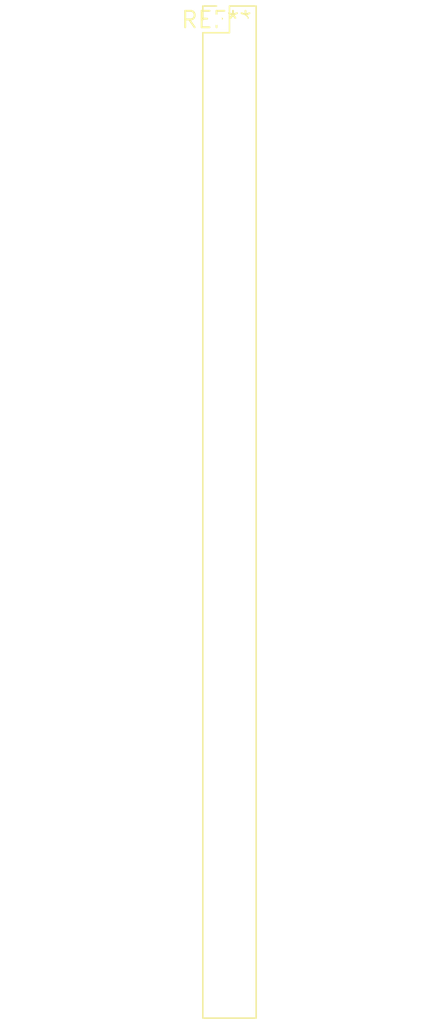
<source format=kicad_pcb>
(kicad_pcb (version 20240108) (generator pcbnew)
  (layers (0 "F.Cu" signal) (31 "B.Cu" signal) (34 "B.Paste" user) (35 "F.Paste" user) (36 "B.SilkS" user "B.Silkscreen") (37 "F.SilkS" user "F.Silkscreen") (38 "B.Mask" user) (39 "F.Mask" user) (44 "Edge.Cuts" user))
  (net 0 "")
  (footprint "PinHeader_2x39_P2.00mm_Vertical" (layer "F.Cu") (at 0 0)
    (property "Reference" "REF**")
    (property "Value" "PinHeader_2x39_P2.00mm_Vertical")
    (fp_line (start -1.06 -1.06) (end 0 -1.06) (layer "F.SilkS") (stroke (width 0.12)))
    (fp_line (start -1.06 0) (end -1.06 -1.06) (layer "F.SilkS") (stroke (width 0.12)))
    (fp_line (start -1.06 1) (end -1.06 77.06) (layer "F.SilkS") (stroke (width 0.12)))
    (fp_line (start -1.06 1) (end 1 1) (layer "F.SilkS") (stroke (width 0.12)))
    (fp_line (start -1.06 77.06) (end 3.06 77.06) (layer "F.SilkS") (stroke (width 0.12)))
    (fp_line (start 1 -1.06) (end 3.06 -1.06) (layer "F.SilkS") (stroke (width 0.12)))
    (fp_line (start 1 1) (end 1 -1.06) (layer "F.SilkS") (stroke (width 0.12)))
    (fp_line (start 3.06 -1.06) (end 3.06 77.06) (layer "F.SilkS") (stroke (width 0.12)))
    (pad "1" thru_hole rect (at 0 0) (size 1.35 1.35) (drill 0.8) (layers *.Cu *.Mask) (remove_unused_layers))
    (pad "2" thru_hole oval (at 2 0) (size 1.35 1.35) (drill 0.8) (layers *.Cu *.Mask) (remove_unused_layers))
    (pad "3" thru_hole oval (at 0 2) (size 1.35 1.35) (drill 0.8) (layers *.Cu *.Mask) (remove_unused_layers))
    (pad "4" thru_hole oval (at 2 2) (size 1.35 1.35) (drill 0.8) (layers *.Cu *.Mask) (remove_unused_layers))
    (pad "5" thru_hole oval (at 0 4) (size 1.35 1.35) (drill 0.8) (layers *.Cu *.Mask) (remove_unused_layers))
    (pad "6" thru_hole oval (at 2 4) (size 1.35 1.35) (drill 0.8) (layers *.Cu *.Mask) (remove_unused_layers))
    (pad "7" thru_hole oval (at 0 6) (size 1.35 1.35) (drill 0.8) (layers *.Cu *.Mask) (remove_unused_layers))
    (pad "8" thru_hole oval (at 2 6) (size 1.35 1.35) (drill 0.8) (layers *.Cu *.Mask) (remove_unused_layers))
    (pad "9" thru_hole oval (at 0 8) (size 1.35 1.35) (drill 0.8) (layers *.Cu *.Mask) (remove_unused_layers))
    (pad "10" thru_hole oval (at 2 8) (size 1.35 1.35) (drill 0.8) (layers *.Cu *.Mask) (remove_unused_layers))
    (pad "11" thru_hole oval (at 0 10) (size 1.35 1.35) (drill 0.8) (layers *.Cu *.Mask) (remove_unused_layers))
    (pad "12" thru_hole oval (at 2 10) (size 1.35 1.35) (drill 0.8) (layers *.Cu *.Mask) (remove_unused_layers))
    (pad "13" thru_hole oval (at 0 12) (size 1.35 1.35) (drill 0.8) (layers *.Cu *.Mask) (remove_unused_layers))
    (pad "14" thru_hole oval (at 2 12) (size 1.35 1.35) (drill 0.8) (layers *.Cu *.Mask) (remove_unused_layers))
    (pad "15" thru_hole oval (at 0 14) (size 1.35 1.35) (drill 0.8) (layers *.Cu *.Mask) (remove_unused_layers))
    (pad "16" thru_hole oval (at 2 14) (size 1.35 1.35) (drill 0.8) (layers *.Cu *.Mask) (remove_unused_layers))
    (pad "17" thru_hole oval (at 0 16) (size 1.35 1.35) (drill 0.8) (layers *.Cu *.Mask) (remove_unused_layers))
    (pad "18" thru_hole oval (at 2 16) (size 1.35 1.35) (drill 0.8) (layers *.Cu *.Mask) (remove_unused_layers))
    (pad "19" thru_hole oval (at 0 18) (size 1.35 1.35) (drill 0.8) (layers *.Cu *.Mask) (remove_unused_layers))
    (pad "20" thru_hole oval (at 2 18) (size 1.35 1.35) (drill 0.8) (layers *.Cu *.Mask) (remove_unused_layers))
    (pad "21" thru_hole oval (at 0 20) (size 1.35 1.35) (drill 0.8) (layers *.Cu *.Mask) (remove_unused_layers))
    (pad "22" thru_hole oval (at 2 20) (size 1.35 1.35) (drill 0.8) (layers *.Cu *.Mask) (remove_unused_layers))
    (pad "23" thru_hole oval (at 0 22) (size 1.35 1.35) (drill 0.8) (layers *.Cu *.Mask) (remove_unused_layers))
    (pad "24" thru_hole oval (at 2 22) (size 1.35 1.35) (drill 0.8) (layers *.Cu *.Mask) (remove_unused_layers))
    (pad "25" thru_hole oval (at 0 24) (size 1.35 1.35) (drill 0.8) (layers *.Cu *.Mask) (remove_unused_layers))
    (pad "26" thru_hole oval (at 2 24) (size 1.35 1.35) (drill 0.8) (layers *.Cu *.Mask) (remove_unused_layers))
    (pad "27" thru_hole oval (at 0 26) (size 1.35 1.35) (drill 0.8) (layers *.Cu *.Mask) (remove_unused_layers))
    (pad "28" thru_hole oval (at 2 26) (size 1.35 1.35) (drill 0.8) (layers *.Cu *.Mask) (remove_unused_layers))
    (pad "29" thru_hole oval (at 0 28) (size 1.35 1.35) (drill 0.8) (layers *.Cu *.Mask) (remove_unused_layers))
    (pad "30" thru_hole oval (at 2 28) (size 1.35 1.35) (drill 0.8) (layers *.Cu *.Mask) (remove_unused_layers))
    (pad "31" thru_hole oval (at 0 30) (size 1.35 1.35) (drill 0.8) (layers *.Cu *.Mask) (remove_unused_layers))
    (pad "32" thru_hole oval (at 2 30) (size 1.35 1.35) (drill 0.8) (layers *.Cu *.Mask) (remove_unused_layers))
    (pad "33" thru_hole oval (at 0 32) (size 1.35 1.35) (drill 0.8) (layers *.Cu *.Mask) (remove_unused_layers))
    (pad "34" thru_hole oval (at 2 32) (size 1.35 1.35) (drill 0.8) (layers *.Cu *.Mask) (remove_unused_layers))
    (pad "35" thru_hole oval (at 0 34) (size 1.35 1.35) (drill 0.8) (layers *.Cu *.Mask) (remove_unused_layers))
    (pad "36" thru_hole oval (at 2 34) (size 1.35 1.35) (drill 0.8) (layers *.Cu *.Mask) (remove_unused_layers))
    (pad "37" thru_hole oval (at 0 36) (size 1.35 1.35) (drill 0.8) (layers *.Cu *.Mask) (remove_unused_layers))
    (pad "38" thru_hole oval (at 2 36) (size 1.35 1.35) (drill 0.8) (layers *.Cu *.Mask) (remove_unused_layers))
    (pad "39" thru_hole oval (at 0 38) (size 1.35 1.35) (drill 0.8) (layers *.Cu *.Mask) (remove_unused_layers))
    (pad "40" thru_hole oval (at 2 38) (size 1.35 1.35) (drill 0.8) (layers *.Cu *.Mask) (remove_unused_layers))
    (pad "41" thru_hole oval (at 0 40) (size 1.35 1.35) (drill 0.8) (layers *.Cu *.Mask) (remove_unused_layers))
    (pad "42" thru_hole oval (at 2 40) (size 1.35 1.35) (drill 0.8) (layers *.Cu *.Mask) (remove_unused_layers))
    (pad "43" thru_hole oval (at 0 42) (size 1.35 1.35) (drill 0.8) (layers *.Cu *.Mask) (remove_unused_layers))
    (pad "44" thru_hole oval (at 2 42) (size 1.35 1.35) (drill 0.8) (layers *.Cu *.Mask) (remove_unused_layers))
    (pad "45" thru_hole oval (at 0 44) (size 1.35 1.35) (drill 0.8) (layers *.Cu *.Mask) (remove_unused_layers))
    (pad "46" thru_hole oval (at 2 44) (size 1.35 1.35) (drill 0.8) (layers *.Cu *.Mask) (remove_unused_layers))
    (pad "47" thru_hole oval (at 0 46) (size 1.35 1.35) (drill 0.8) (layers *.Cu *.Mask) (remove_unused_layers))
    (pad "48" thru_hole oval (at 2 46) (size 1.35 1.35) (drill 0.8) (layers *.Cu *.Mask) (remove_unused_layers))
    (pad "49" thru_hole oval (at 0 48) (size 1.35 1.35) (drill 0.8) (layers *.Cu *.Mask) (remove_unused_layers))
    (pad "50" thru_hole oval (at 2 48) (size 1.35 1.35) (drill 0.8) (layers *.Cu *.Mask) (remove_unused_layers))
    (pad "51" thru_hole oval (at 0 50) (size 1.35 1.35) (drill 0.8) (layers *.Cu *.Mask) (remove_unused_layers))
    (pad "52" thru_hole oval (at 2 50) (size 1.35 1.35) (drill 0.8) (layers *.Cu *.Mask) (remove_unused_layers))
    (pad "53" thru_hole oval (at 0 52) (size 1.35 1.35) (drill 0.8) (layers *.Cu *.Mask) (remove_unused_layers))
    (pad "54" thru_hole oval (at 2 52) (size 1.35 1.35) (drill 0.8) (layers *.Cu *.Mask) (remove_unused_layers))
    (pad "55" thru_hole oval (at 0 54) (size 1.35 1.35) (drill 0.8) (layers *.Cu *.Mask) (remove_unused_layers))
    (pad "56" thru_hole oval (at 2 54) (size 1.35 1.35) (drill 0.8) (layers *.Cu *.Mask) (remove_unused_layers))
    (pad "57" thru_hole oval (at 0 56) (size 1.35 1.35) (drill 0.8) (layers *.Cu *.Mask) (remove_unused_layers))
    (pad "58" thru_hole oval (at 2 56) (size 1.35 1.35) (drill 0.8) (layers *.Cu *.Mask) (remove_unused_layers))
    (pad "59" thru_hole oval (at 0 58) (size 1.35 1.35) (drill 0.8) (layers *.Cu *.Mask) (remove_unused_layers))
    (pad "60" thru_hole oval (at 2 58) (size 1.35 1.35) (drill 0.8) (layers *.Cu *.Mask) (remove_unused_layers))
    (pad "61" thru_hole oval (at 0 60) (size 1.35 1.35) (drill 0.8) (layers *.Cu *.Mask) (remove_unused_layers))
    (pad "62" thru_hole oval (at 2 60) (size 1.35 1.35) (drill 0.8) (layers *.Cu *.Mask) (remove_unused_layers))
    (pad "63" thru_hole oval (at 0 62) (size 1.35 1.35) (drill 0.8) (layers *.Cu *.Mask) (remove_unused_layers))
    (pad "64" thru_hole oval (at 2 62) (size 1.35 1.35) (drill 0.8) (layers *.Cu *.Mask) (remove_unused_layers))
    (pad "65" thru_hole oval (at 0 64) (size 1.35 1.35) (drill 0.8) (layers *.Cu *.Mask) (remove_unused_layers))
    (pad "66" thru_hole oval (at 2 64) (size 1.35 1.35) (drill 0.8) (layers *.Cu *.Mask) (remove_unused_layers))
    (pad "67" thru_hole oval (at 0 66) (size 1.35 1.35) (drill 0.8) (layers *.Cu *.Mask) (remove_unused_layers))
    (pad "68" thru_hole oval (at 2 66) (size 1.35 1.35) (drill 0.8) (layers *.Cu *.Mask) (remove_unused_layers))
    (pad "69" thru_hole oval (at 0 68) (size 1.35 1.35) (drill 0.8) (layers *.Cu *.Mask) (remove_unused_layers))
    (pad "70" thru_hole oval (at 2 68) (size 1.35 1.35) (drill 0.8) (layers *.Cu *.Mask) (remove_unused_layers))
    (pad "71" thru_hole oval (at 0 70) (size 1.35 1.35) (drill 0.8) (layers *.Cu *.Mask) (remove_unused_layers))
    (pad "72" thru_hole oval (at 2 70) (size 1.35 1.35) (drill 0.8) (layers *.Cu *.Mask) (remove_unused_layers))
    (pad "73" thru_hole oval (at 0 72) (size 1.35 1.35) (drill 0.8) (layers *.Cu *.Mask) (remove_unused_layers))
    (pad "74" thru_hole oval (at 2 72) (size 1.35 1.35) (drill 0.8) (layers *.Cu *.Mask) (remove_unused_layers))
    (pad "75" thru_hole oval (at 0 74) (size 1.35 1.35) (drill 0.8) (layers *.Cu *.Mask) (remove_unused_layers))
    (pad "76" thru_hole oval (at 2 74) (size 1.35 1.35) (drill 0.8) (layers *.Cu *.Mask) (remove_unused_layers))
    (pad "77" thru_hole oval (at 0 76) (size 1.35 1.35) (drill 0.8) (layers *.Cu *.Mask) (remove_unused_layers))
    (pad "78" thru_hole oval (at 2 76) (size 1.35 1.35) (drill 0.8) (layers *.Cu *.Mask) (remove_unused_layers))
  )
)
</source>
